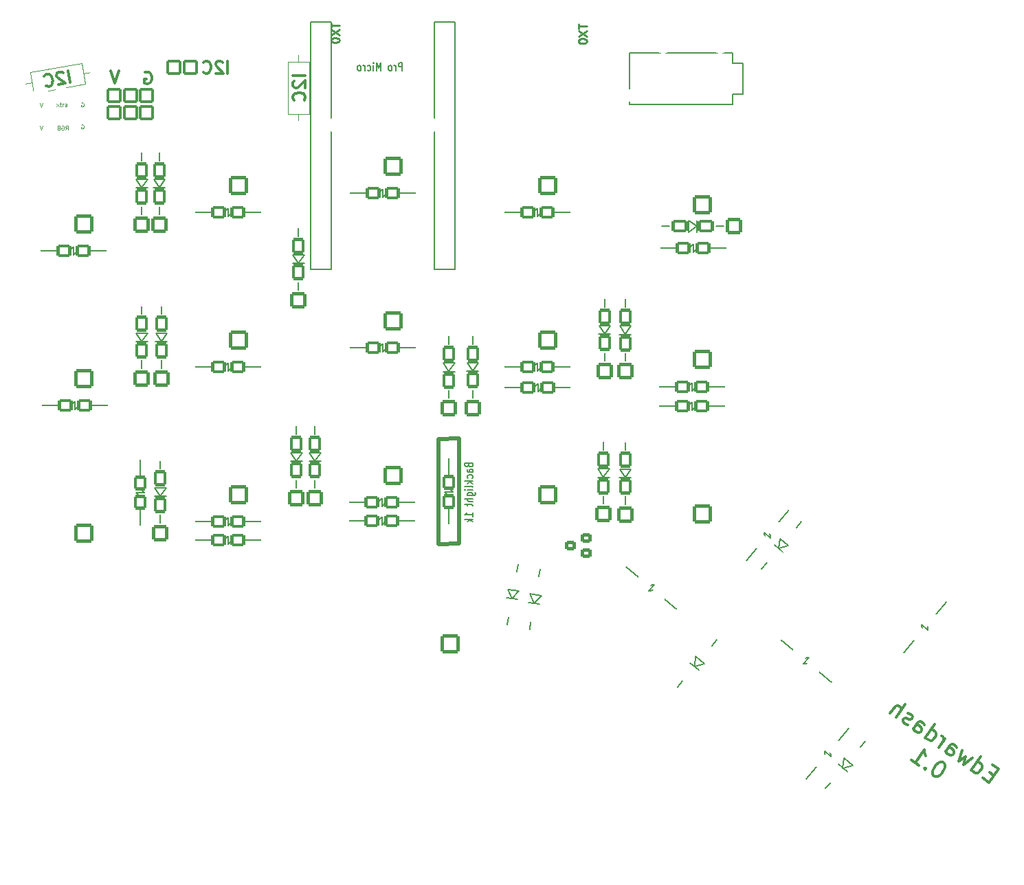
<source format=gbo>
G04 #@! TF.GenerationSoftware,KiCad,Pcbnew,(6.0.7)*
G04 #@! TF.CreationDate,2023-08-18T09:51:37+01:00*
G04 #@! TF.ProjectId,edwardash,65647761-7264-4617-9368-2e6b69636164,0.1*
G04 #@! TF.SameCoordinates,Original*
G04 #@! TF.FileFunction,Legend,Bot*
G04 #@! TF.FilePolarity,Positive*
%FSLAX46Y46*%
G04 Gerber Fmt 4.6, Leading zero omitted, Abs format (unit mm)*
G04 Created by KiCad (PCBNEW (6.0.7)) date 2023-08-18 09:51:37*
%MOMM*%
%LPD*%
G01*
G04 APERTURE LIST*
G04 Aperture macros list*
%AMRoundRect*
0 Rectangle with rounded corners*
0 $1 Rounding radius*
0 $2 $3 $4 $5 $6 $7 $8 $9 X,Y pos of 4 corners*
0 Add a 4 corners polygon primitive as box body*
4,1,4,$2,$3,$4,$5,$6,$7,$8,$9,$2,$3,0*
0 Add four circle primitives for the rounded corners*
1,1,$1+$1,$2,$3*
1,1,$1+$1,$4,$5*
1,1,$1+$1,$6,$7*
1,1,$1+$1,$8,$9*
0 Add four rect primitives between the rounded corners*
20,1,$1+$1,$2,$3,$4,$5,0*
20,1,$1+$1,$4,$5,$6,$7,0*
20,1,$1+$1,$6,$7,$8,$9,0*
20,1,$1+$1,$8,$9,$2,$3,0*%
%AMHorizOval*
0 Thick line with rounded ends*
0 $1 width*
0 $2 $3 position (X,Y) of the first rounded end (center of the circle)*
0 $4 $5 position (X,Y) of the second rounded end (center of the circle)*
0 Add line between two ends*
20,1,$1,$2,$3,$4,$5,0*
0 Add two circle primitives to create the rounded ends*
1,1,$1,$2,$3*
1,1,$1,$4,$5*%
%AMRotRect*
0 Rectangle, with rotation*
0 The origin of the aperture is its center*
0 $1 length*
0 $2 width*
0 $3 Rotation angle, in degrees counterclockwise*
0 Add horizontal line*
21,1,$1,$2,0,0,$3*%
G04 Aperture macros list end*
%ADD10C,0.500000*%
%ADD11C,0.300000*%
%ADD12C,0.200000*%
%ADD13C,0.125000*%
%ADD14C,0.250000*%
%ADD15C,0.120000*%
%ADD16C,0.150000*%
%ADD17R,1.905000X1.905000*%
%ADD18C,1.905000*%
%ADD19RotRect,1.905000X1.905000X350.000000*%
%ADD20RotRect,1.905000X1.905000X330.000000*%
%ADD21RotRect,1.905000X1.905000X325.000000*%
%ADD22C,1.524000*%
%ADD23C,1.900000*%
%ADD24C,1.700000*%
%ADD25C,4.000000*%
%ADD26O,2.300000X3.337000*%
%ADD27HorizOval,2.400000X-0.578509X0.689440X0.578509X-0.689440X0*%
%ADD28HorizOval,2.400000X-0.578509X-0.689440X0.578509X0.689440X0*%
%ADD29C,2.000000*%
%ADD30HorizOval,2.000000X0.000000X0.000000X0.000000X0.000000X0*%
%ADD31O,2.000000X2.000000*%
%ADD32C,1.924000*%
%ADD33C,2.200000*%
%ADD34C,5.400000*%
%ADD35RoundRect,0.200000X-0.762000X-0.762000X0.762000X-0.762000X0.762000X0.762000X-0.762000X0.762000X0*%
%ADD36RoundRect,0.200000X0.700000X0.600000X-0.700000X0.600000X-0.700000X-0.600000X0.700000X-0.600000X0*%
%ADD37RoundRect,0.200000X-0.700000X-0.600000X0.700000X-0.600000X0.700000X0.600000X-0.700000X0.600000X0*%
%ADD38RoundRect,0.200000X-0.600000X0.700000X-0.600000X-0.700000X0.600000X-0.700000X0.600000X0.700000X0*%
%ADD39RoundRect,0.200000X0.921904X0.009675X-0.150559X0.909578X-0.921904X-0.009675X0.150559X-0.909578X0*%
%ADD40HorizOval,2.000000X0.000000X0.000000X0.000000X0.000000X0*%
%ADD41RoundRect,0.200000X-0.952500X-0.952500X0.952500X-0.952500X0.952500X0.952500X-0.952500X0.952500X0*%
%ADD42C,2.305000*%
%ADD43RoundRect,0.200000X-1.103429X-0.772629X0.772629X-1.103429X1.103429X0.772629X-0.772629X1.103429X0*%
%ADD44RoundRect,0.200000X0.098605X-1.127066X1.127066X0.098605X-0.098605X1.127066X-1.127066X-0.098605X0*%
%ADD45RoundRect,0.200000X-0.054603X-0.998508X0.973857X0.227163X0.054603X0.998508X-0.973857X-0.227163X0*%
%ADD46HorizOval,2.000000X0.000000X0.000000X0.000000X0.000000X0*%
%ADD47RoundRect,0.200000X-0.450000X-0.400000X0.450000X-0.400000X0.450000X0.400000X-0.450000X0.400000X0*%
%ADD48C,2.300000*%
%ADD49C,2.100000*%
%ADD50C,4.400000*%
%ADD51HorizOval,2.800000X0.578509X0.689440X-0.578509X-0.689440X0*%
%ADD52O,2.700000X3.737000*%
%ADD53HorizOval,2.800000X0.578509X-0.689440X-0.578509X0.689440X0*%
%ADD54HorizOval,2.800000X0.845723X0.307818X-0.845723X-0.307818X0*%
%ADD55HorizOval,2.700000X-0.259250X-0.449034X0.259250X0.449034X0*%
%ADD56HorizOval,2.800000X0.156283X-0.886327X-0.156283X0.886327X0*%
%ADD57HorizOval,2.800000X0.689440X0.578509X-0.689440X-0.578509X0*%
%ADD58HorizOval,2.700000X-0.090037X-0.510623X0.090037X0.510623X0*%
%ADD59HorizOval,2.800000X0.450000X-0.779423X-0.450000X0.779423X0*%
%ADD60HorizOval,2.700000X-0.297399X-0.424730X0.297399X0.424730X0*%
%ADD61HorizOval,2.800000X0.869333X0.232937X-0.869333X-0.232937X0*%
%ADD62HorizOval,2.800000X0.078440X-0.896575X-0.078440X0.896575X0*%
%ADD63RoundRect,0.200000X-1.301139X-0.348639X0.348639X-1.301139X1.301139X0.348639X-0.348639X1.301139X0*%
%ADD64RoundRect,0.200000X-1.326574X-0.233911X0.233911X-1.326574X1.326574X0.233911X-0.233911X1.326574X0*%
%ADD65RoundRect,0.200000X-0.009675X0.921904X-0.909578X-0.150559X0.009675X-0.921904X0.909578X0.150559X0*%
%ADD66HorizOval,2.000000X0.000000X0.000000X0.000000X0.000000X0*%
%ADD67RoundRect,0.200000X0.009675X-0.921904X0.909578X0.150559X-0.009675X0.921904X-0.909578X-0.150559X0*%
%ADD68RoundRect,0.200000X0.800000X-0.800000X0.800000X0.800000X-0.800000X0.800000X-0.800000X-0.800000X0*%
%ADD69RoundRect,0.200000X0.600000X-0.800000X0.600000X0.800000X-0.600000X0.800000X-0.600000X-0.800000X0*%
%ADD70RoundRect,0.200000X0.800000X0.600000X-0.800000X0.600000X-0.800000X-0.600000X0.800000X-0.600000X0*%
%ADD71RoundRect,0.200000X0.800000X0.800000X-0.800000X0.800000X-0.800000X-0.800000X0.800000X-0.800000X0*%
%ADD72RoundRect,0.200000X0.648928X-0.926765X0.926765X0.648928X-0.648928X0.926765X-0.926765X-0.648928X0*%
%ADD73RoundRect,0.200000X0.451966X-0.892035X0.729803X0.683657X-0.451966X0.892035X-0.729803X-0.683657X0*%
%ADD74HorizOval,2.000000X0.000000X0.000000X0.000000X0.000000X0*%
%ADD75C,1.610000*%
%ADD76O,2.600000X1.700000*%
%ADD77HorizOval,2.800000X-0.578509X0.689440X0.578509X-0.689440X0*%
%ADD78HorizOval,2.800000X-0.578509X-0.689440X0.578509X0.689440X0*%
G04 APERTURE END LIST*
D10*
X151003000Y-108585000D02*
X153543000Y-108458000D01*
X151003000Y-121539000D02*
X153543000Y-121412000D01*
X153543000Y-121412000D02*
X153543000Y-108458000D01*
X151003000Y-108585000D02*
X151003000Y-121539000D01*
D11*
X125018982Y-63483503D02*
X125018982Y-61983503D01*
X124376125Y-62126360D02*
X124304697Y-62054932D01*
X124161839Y-61983503D01*
X123804697Y-61983503D01*
X123661839Y-62054932D01*
X123590411Y-62126360D01*
X123518982Y-62269217D01*
X123518982Y-62412074D01*
X123590411Y-62626360D01*
X124447554Y-63483503D01*
X123518982Y-63483503D01*
X122018982Y-63340646D02*
X122090411Y-63412074D01*
X122304697Y-63483503D01*
X122447554Y-63483503D01*
X122661839Y-63412074D01*
X122804697Y-63269217D01*
X122876125Y-63126360D01*
X122947554Y-62840646D01*
X122947554Y-62626360D01*
X122876125Y-62340646D01*
X122804697Y-62197789D01*
X122661839Y-62054932D01*
X122447554Y-61983503D01*
X122304697Y-61983503D01*
X122090411Y-62054932D01*
X122018982Y-62126360D01*
X134568755Y-63793631D02*
X133068755Y-63793631D01*
X133211612Y-64436488D02*
X133140184Y-64507917D01*
X133068755Y-64650774D01*
X133068755Y-65007917D01*
X133140184Y-65150774D01*
X133211612Y-65222202D01*
X133354469Y-65293631D01*
X133497326Y-65293631D01*
X133711612Y-65222202D01*
X134568755Y-64365059D01*
X134568755Y-65293631D01*
X134425898Y-66793631D02*
X134497326Y-66722202D01*
X134568755Y-66507917D01*
X134568755Y-66365059D01*
X134497326Y-66150774D01*
X134354469Y-66007917D01*
X134211612Y-65936488D01*
X133925898Y-65865059D01*
X133711612Y-65865059D01*
X133425898Y-65936488D01*
X133283041Y-66007917D01*
X133140184Y-66150774D01*
X133068755Y-66365059D01*
X133068755Y-66507917D01*
X133140184Y-66722202D01*
X133211612Y-66793631D01*
X105602620Y-64643707D02*
X105342148Y-63166496D01*
X104733864Y-63418814D02*
X104651117Y-63360874D01*
X104498027Y-63315337D01*
X104146310Y-63377354D01*
X104018026Y-63472505D01*
X103960087Y-63555251D01*
X103914550Y-63708342D01*
X103939357Y-63849028D01*
X104046911Y-64047655D01*
X105039873Y-64742935D01*
X104125408Y-64904180D01*
X102623390Y-65023965D02*
X102706137Y-65081905D01*
X102929571Y-65115038D01*
X103070257Y-65090231D01*
X103268884Y-64982678D01*
X103384764Y-64817184D01*
X103430301Y-64664094D01*
X103451030Y-64370316D01*
X103413820Y-64159286D01*
X103293863Y-63890316D01*
X103198712Y-63762033D01*
X103033219Y-63646153D01*
X102809785Y-63613020D01*
X102669098Y-63637826D01*
X102470471Y-63745380D01*
X102412531Y-63828127D01*
X114786893Y-63386429D02*
X114929751Y-63315000D01*
X115144036Y-63315000D01*
X115358322Y-63386429D01*
X115501179Y-63529286D01*
X115572608Y-63672143D01*
X115644036Y-63957857D01*
X115644036Y-64172143D01*
X115572608Y-64457857D01*
X115501179Y-64600714D01*
X115358322Y-64743571D01*
X115144036Y-64815000D01*
X115001179Y-64815000D01*
X114786893Y-64743571D01*
X114715465Y-64672143D01*
X114715465Y-64172143D01*
X115001179Y-64172143D01*
D12*
X154684627Y-111789864D02*
X154732246Y-111904150D01*
X154779865Y-111942245D01*
X154875103Y-111980340D01*
X155017960Y-111980340D01*
X155113198Y-111942245D01*
X155160817Y-111904150D01*
X155208436Y-111827959D01*
X155208436Y-111523198D01*
X154208436Y-111523198D01*
X154208436Y-111789864D01*
X154256056Y-111866055D01*
X154303675Y-111904150D01*
X154398913Y-111942245D01*
X154494151Y-111942245D01*
X154589389Y-111904150D01*
X154637008Y-111866055D01*
X154684627Y-111789864D01*
X154684627Y-111523198D01*
X155208436Y-112666055D02*
X154684627Y-112666055D01*
X154589389Y-112627959D01*
X154541770Y-112551769D01*
X154541770Y-112399388D01*
X154589389Y-112323198D01*
X155160817Y-112666055D02*
X155208436Y-112589864D01*
X155208436Y-112399388D01*
X155160817Y-112323198D01*
X155065579Y-112285102D01*
X154970341Y-112285102D01*
X154875103Y-112323198D01*
X154827484Y-112399388D01*
X154827484Y-112589864D01*
X154779865Y-112666055D01*
X155160817Y-113389864D02*
X155208436Y-113313674D01*
X155208436Y-113161293D01*
X155160817Y-113085102D01*
X155113198Y-113047007D01*
X155017960Y-113008912D01*
X154732246Y-113008912D01*
X154637008Y-113047007D01*
X154589389Y-113085102D01*
X154541770Y-113161293D01*
X154541770Y-113313674D01*
X154589389Y-113389864D01*
X155208436Y-113732721D02*
X154208436Y-113732721D01*
X154827484Y-113808912D02*
X155208436Y-114037483D01*
X154541770Y-114037483D02*
X154922722Y-113732721D01*
X155208436Y-114494626D02*
X155160817Y-114418436D01*
X155065579Y-114380340D01*
X154208436Y-114380340D01*
X155208436Y-114799388D02*
X154541770Y-114799388D01*
X154208436Y-114799388D02*
X154256056Y-114761293D01*
X154303675Y-114799388D01*
X154256056Y-114837483D01*
X154208436Y-114799388D01*
X154303675Y-114799388D01*
X154541770Y-115523198D02*
X155351294Y-115523198D01*
X155446532Y-115485102D01*
X155494151Y-115447007D01*
X155541770Y-115370817D01*
X155541770Y-115256531D01*
X155494151Y-115180340D01*
X155160817Y-115523198D02*
X155208436Y-115447007D01*
X155208436Y-115294626D01*
X155160817Y-115218436D01*
X155113198Y-115180340D01*
X155017960Y-115142245D01*
X154732246Y-115142245D01*
X154637008Y-115180340D01*
X154589389Y-115218436D01*
X154541770Y-115294626D01*
X154541770Y-115447007D01*
X154589389Y-115523198D01*
X155208436Y-115904150D02*
X154208436Y-115904150D01*
X155208436Y-116247007D02*
X154684627Y-116247007D01*
X154589389Y-116208912D01*
X154541770Y-116132721D01*
X154541770Y-116018436D01*
X154589389Y-115942245D01*
X154637008Y-115904150D01*
X154541770Y-116513674D02*
X154541770Y-116818436D01*
X154208436Y-116627959D02*
X155065579Y-116627959D01*
X155160817Y-116666055D01*
X155208436Y-116742245D01*
X155208436Y-116818436D01*
X155208436Y-118113674D02*
X155208436Y-117656531D01*
X155208436Y-117885102D02*
X154208436Y-117885102D01*
X154351294Y-117808912D01*
X154446532Y-117732721D01*
X154494151Y-117656531D01*
X155208436Y-118456531D02*
X154208436Y-118456531D01*
X154827484Y-118532721D02*
X155208436Y-118761293D01*
X154541770Y-118761293D02*
X154922722Y-118456531D01*
D13*
X101859048Y-67134871D02*
X102025715Y-67634871D01*
X102192381Y-67134871D01*
D12*
X146502905Y-63170622D02*
X146502905Y-62170622D01*
X146198143Y-62170622D01*
X146121953Y-62218242D01*
X146083857Y-62265861D01*
X146045762Y-62361099D01*
X146045762Y-62503956D01*
X146083857Y-62599194D01*
X146121953Y-62646813D01*
X146198143Y-62694432D01*
X146502905Y-62694432D01*
X145702905Y-63170622D02*
X145702905Y-62503956D01*
X145702905Y-62694432D02*
X145664810Y-62599194D01*
X145626715Y-62551575D01*
X145550524Y-62503956D01*
X145474334Y-62503956D01*
X145093381Y-63170622D02*
X145169572Y-63123003D01*
X145207667Y-63075384D01*
X145245762Y-62980146D01*
X145245762Y-62694432D01*
X145207667Y-62599194D01*
X145169572Y-62551575D01*
X145093381Y-62503956D01*
X144979096Y-62503956D01*
X144902905Y-62551575D01*
X144864810Y-62599194D01*
X144826715Y-62694432D01*
X144826715Y-62980146D01*
X144864810Y-63075384D01*
X144902905Y-63123003D01*
X144979096Y-63170622D01*
X145093381Y-63170622D01*
X143874334Y-63170622D02*
X143874334Y-62170622D01*
X143607667Y-62884908D01*
X143341000Y-62170622D01*
X143341000Y-63170622D01*
X142960048Y-63170622D02*
X142960048Y-62503956D01*
X142960048Y-62170622D02*
X142998143Y-62218242D01*
X142960048Y-62265861D01*
X142921953Y-62218242D01*
X142960048Y-62170622D01*
X142960048Y-62265861D01*
X142236238Y-63123003D02*
X142312429Y-63170622D01*
X142464810Y-63170622D01*
X142541000Y-63123003D01*
X142579096Y-63075384D01*
X142617191Y-62980146D01*
X142617191Y-62694432D01*
X142579096Y-62599194D01*
X142541000Y-62551575D01*
X142464810Y-62503956D01*
X142312429Y-62503956D01*
X142236238Y-62551575D01*
X141893381Y-63170622D02*
X141893381Y-62503956D01*
X141893381Y-62694432D02*
X141855286Y-62599194D01*
X141817191Y-62551575D01*
X141741000Y-62503956D01*
X141664810Y-62503956D01*
X141283857Y-63170622D02*
X141360048Y-63123003D01*
X141398143Y-63075384D01*
X141436238Y-62980146D01*
X141436238Y-62694432D01*
X141398143Y-62599194D01*
X141360048Y-62551575D01*
X141283857Y-62503956D01*
X141169572Y-62503956D01*
X141093381Y-62551575D01*
X141055286Y-62599194D01*
X141017191Y-62694432D01*
X141017191Y-62980146D01*
X141055286Y-63075384D01*
X141093381Y-63123003D01*
X141169572Y-63170622D01*
X141283857Y-63170622D01*
D11*
X219412191Y-150017822D02*
X218866090Y-149635438D01*
X218031157Y-150329718D02*
X218811302Y-150875982D01*
X219958455Y-149237678D01*
X219178310Y-148691414D01*
X216626896Y-149346444D02*
X217774049Y-147708140D01*
X216681523Y-149268430D02*
X216782925Y-149455697D01*
X217094983Y-149674202D01*
X217305639Y-149705441D01*
X217438279Y-149682052D01*
X217625547Y-149580650D01*
X217953304Y-149112563D01*
X217984543Y-148901908D01*
X217961155Y-148769267D01*
X217859752Y-148582000D01*
X217547694Y-148363494D01*
X217337039Y-148332256D01*
X216767549Y-147817231D02*
X215690723Y-148690929D01*
X215924928Y-147692278D01*
X215066607Y-148253918D01*
X215519317Y-146943210D01*
X213428303Y-147106765D02*
X214029192Y-146248606D01*
X214216459Y-146147203D01*
X214427115Y-146178441D01*
X214739173Y-146396947D01*
X214840575Y-146584214D01*
X213482929Y-147028751D02*
X213584332Y-147216018D01*
X213974404Y-147489149D01*
X214185059Y-147520387D01*
X214372327Y-147418985D01*
X214481579Y-147262956D01*
X214512817Y-147052301D01*
X214411415Y-146865033D01*
X214021342Y-146591902D01*
X213919940Y-146404635D01*
X212648158Y-146560502D02*
X213412926Y-145468299D01*
X213194421Y-145780357D02*
X213225659Y-145569702D01*
X213202271Y-145437061D01*
X213100869Y-145249794D01*
X212944840Y-145140541D01*
X210931839Y-145358723D02*
X212078992Y-143720418D01*
X210986466Y-145280708D02*
X211087868Y-145467975D01*
X211399926Y-145686481D01*
X211610582Y-145717719D01*
X211743222Y-145694331D01*
X211930489Y-145592928D01*
X212258247Y-145124841D01*
X212289486Y-144914186D01*
X212266097Y-144781545D01*
X212164695Y-144594278D01*
X211852637Y-144375772D01*
X211641982Y-144344534D01*
X209449564Y-144320822D02*
X210050454Y-143462663D01*
X210237721Y-143361260D01*
X210448376Y-143392499D01*
X210760434Y-143611004D01*
X210861837Y-143798271D01*
X209504191Y-144242808D02*
X209605593Y-144430075D01*
X209995666Y-144703207D01*
X210206321Y-144734445D01*
X210393588Y-144633042D01*
X210502841Y-144477013D01*
X210534079Y-144266358D01*
X210432676Y-144079091D01*
X210042604Y-143805959D01*
X209941201Y-143618692D01*
X208802060Y-143751171D02*
X208591405Y-143719933D01*
X208279347Y-143501427D01*
X208177944Y-143314160D01*
X208209183Y-143103505D01*
X208263809Y-143025491D01*
X208451076Y-142924088D01*
X208661731Y-142955326D01*
X208895775Y-143119205D01*
X209106430Y-143150443D01*
X209293697Y-143049041D01*
X209348323Y-142971026D01*
X209379562Y-142760371D01*
X209278159Y-142573104D01*
X209044116Y-142409225D01*
X208833460Y-142377987D01*
X207343173Y-142845911D02*
X208490326Y-141207607D01*
X206641043Y-142354275D02*
X207241933Y-141496115D01*
X207429200Y-141394713D01*
X207639855Y-141425951D01*
X207873898Y-141589830D01*
X207975301Y-141777097D01*
X207998689Y-141909738D01*
X213274641Y-148488515D02*
X213118612Y-148379263D01*
X212907957Y-148348024D01*
X212775316Y-148371413D01*
X212588049Y-148472815D01*
X212291529Y-148730247D01*
X212018397Y-149120319D01*
X211877907Y-149487003D01*
X211846668Y-149697659D01*
X211870056Y-149830300D01*
X211971459Y-150017567D01*
X212127488Y-150126819D01*
X212338143Y-150158057D01*
X212470784Y-150134669D01*
X212658051Y-150033267D01*
X212954571Y-149775835D01*
X213227703Y-149385763D01*
X213368194Y-149019078D01*
X213399432Y-148808423D01*
X213376044Y-148675782D01*
X213274641Y-148488515D01*
X210988509Y-149096769D02*
X210855868Y-149120157D01*
X210879256Y-149252798D01*
X211011897Y-149229410D01*
X210988509Y-149096769D01*
X210879256Y-149252798D01*
X209240952Y-148105645D02*
X210177126Y-148761161D01*
X209709039Y-148433403D02*
X210856192Y-146795099D01*
X210848342Y-147138395D01*
X210895118Y-147403677D01*
X210996521Y-147590944D01*
D14*
X168235380Y-57435904D02*
X168235380Y-58007333D01*
X169235380Y-57721619D02*
X168235380Y-57721619D01*
X168235380Y-58245428D02*
X169235380Y-58912095D01*
X168235380Y-58912095D02*
X169235380Y-58245428D01*
X168235380Y-59483523D02*
X168235380Y-59578761D01*
X168283000Y-59674000D01*
X168330619Y-59721619D01*
X168425857Y-59769238D01*
X168616333Y-59816857D01*
X168854428Y-59816857D01*
X169044904Y-59769238D01*
X169140142Y-59721619D01*
X169187761Y-59674000D01*
X169235380Y-59578761D01*
X169235380Y-59483523D01*
X169187761Y-59388285D01*
X169140142Y-59340666D01*
X169044904Y-59293047D01*
X168854428Y-59245428D01*
X168616333Y-59245428D01*
X168425857Y-59293047D01*
X168330619Y-59340666D01*
X168283000Y-59388285D01*
X168235380Y-59483523D01*
X137755380Y-57308904D02*
X137755380Y-57880333D01*
X138755380Y-57594619D02*
X137755380Y-57594619D01*
X137755380Y-58118428D02*
X138755380Y-58785095D01*
X137755380Y-58785095D02*
X138755380Y-58118428D01*
X137755380Y-59356523D02*
X137755380Y-59451761D01*
X137803000Y-59547000D01*
X137850619Y-59594619D01*
X137945857Y-59642238D01*
X138136333Y-59689857D01*
X138374428Y-59689857D01*
X138564904Y-59642238D01*
X138660142Y-59594619D01*
X138707761Y-59547000D01*
X138755380Y-59451761D01*
X138755380Y-59356523D01*
X138707761Y-59261285D01*
X138660142Y-59213666D01*
X138564904Y-59166047D01*
X138374428Y-59118428D01*
X138136333Y-59118428D01*
X137945857Y-59166047D01*
X137850619Y-59213666D01*
X137803000Y-59261285D01*
X137755380Y-59356523D01*
D13*
X107001459Y-67121496D02*
X107049078Y-67097686D01*
X107120507Y-67097686D01*
X107191935Y-67121496D01*
X107239554Y-67169115D01*
X107263364Y-67216734D01*
X107287173Y-67311972D01*
X107287173Y-67383400D01*
X107263364Y-67478638D01*
X107239554Y-67526257D01*
X107191935Y-67573876D01*
X107120507Y-67597686D01*
X107072888Y-67597686D01*
X107001459Y-67573876D01*
X106977650Y-67550067D01*
X106977650Y-67383400D01*
X107072888Y-67383400D01*
X105035856Y-70448512D02*
X105202522Y-70210417D01*
X105321570Y-70448512D02*
X105321570Y-69948512D01*
X105131094Y-69948512D01*
X105083475Y-69972322D01*
X105059665Y-69996131D01*
X105035856Y-70043750D01*
X105035856Y-70115179D01*
X105059665Y-70162798D01*
X105083475Y-70186607D01*
X105131094Y-70210417D01*
X105321570Y-70210417D01*
X104559665Y-69972322D02*
X104607284Y-69948512D01*
X104678713Y-69948512D01*
X104750141Y-69972322D01*
X104797760Y-70019941D01*
X104821570Y-70067560D01*
X104845379Y-70162798D01*
X104845379Y-70234226D01*
X104821570Y-70329464D01*
X104797760Y-70377083D01*
X104750141Y-70424702D01*
X104678713Y-70448512D01*
X104631094Y-70448512D01*
X104559665Y-70424702D01*
X104535856Y-70400893D01*
X104535856Y-70234226D01*
X104631094Y-70234226D01*
X104154903Y-70186607D02*
X104083475Y-70210417D01*
X104059665Y-70234226D01*
X104035856Y-70281845D01*
X104035856Y-70353274D01*
X104059665Y-70400893D01*
X104083475Y-70424702D01*
X104131094Y-70448512D01*
X104321570Y-70448512D01*
X104321570Y-69948512D01*
X104154903Y-69948512D01*
X104107284Y-69972322D01*
X104083475Y-69996131D01*
X104059665Y-70043750D01*
X104059665Y-70091369D01*
X104083475Y-70138988D01*
X104107284Y-70162798D01*
X104154903Y-70186607D01*
X104321570Y-70186607D01*
X103936697Y-67585291D02*
X104198601Y-67251958D01*
X103936697Y-67251958D02*
X104198601Y-67585291D01*
X104317649Y-67251958D02*
X104508125Y-67251958D01*
X104389078Y-67085291D02*
X104389078Y-67513862D01*
X104412887Y-67561481D01*
X104460506Y-67585291D01*
X104508125Y-67585291D01*
X104674792Y-67585291D02*
X104674792Y-67251958D01*
X104674792Y-67347196D02*
X104698601Y-67299577D01*
X104722411Y-67275767D01*
X104770030Y-67251958D01*
X104817649Y-67251958D01*
X105198601Y-67585291D02*
X105198601Y-67323386D01*
X105174792Y-67275767D01*
X105127173Y-67251958D01*
X105031935Y-67251958D01*
X104984316Y-67275767D01*
X105198601Y-67561481D02*
X105150982Y-67585291D01*
X105031935Y-67585291D01*
X104984316Y-67561481D01*
X104960506Y-67513862D01*
X104960506Y-67466243D01*
X104984316Y-67418624D01*
X105031935Y-67394815D01*
X105150982Y-67394815D01*
X105198601Y-67371005D01*
X101846653Y-69948512D02*
X102013320Y-70448512D01*
X102179986Y-69948512D01*
X107001459Y-69835979D02*
X107049078Y-69812169D01*
X107120507Y-69812169D01*
X107191935Y-69835979D01*
X107239554Y-69883598D01*
X107263364Y-69931217D01*
X107287173Y-70026455D01*
X107287173Y-70097883D01*
X107263364Y-70193121D01*
X107239554Y-70240740D01*
X107191935Y-70288359D01*
X107120507Y-70312169D01*
X107072888Y-70312169D01*
X107001459Y-70288359D01*
X106977650Y-70264550D01*
X106977650Y-70097883D01*
X107072888Y-70097883D01*
D11*
X111596238Y-63195197D02*
X111096238Y-64695197D01*
X110596238Y-63195197D01*
D15*
X100672488Y-63367974D02*
X106994954Y-62253152D01*
X106994954Y-62253152D02*
X107449912Y-64833349D01*
X107449912Y-64833349D02*
X101127446Y-65948170D01*
X101127446Y-65948170D02*
X100672488Y-63367974D01*
X100023488Y-64812619D02*
X100899967Y-64658072D01*
X108098912Y-63388704D02*
X107222433Y-63543251D01*
X133740350Y-69378000D02*
X133740350Y-68488000D01*
X132430350Y-68488000D02*
X132430350Y-62068000D01*
X135050350Y-62068000D02*
X135050350Y-68488000D01*
X133740350Y-61178000D02*
X133740350Y-62068000D01*
X132430350Y-62068000D02*
X135050350Y-62068000D01*
X135050350Y-68488000D02*
X132430350Y-68488000D01*
D16*
X106025000Y-84844000D02*
X105525000Y-85344000D01*
X106025000Y-85844000D02*
X106025000Y-84844000D01*
X110225000Y-85344000D02*
X108125000Y-85344000D01*
X103915000Y-85344000D02*
X101925000Y-85344000D01*
X106525000Y-85344000D02*
X106025000Y-85844000D01*
X122965000Y-80645000D02*
X120975000Y-80645000D01*
X125075000Y-81145000D02*
X125075000Y-80145000D01*
X125575000Y-80645000D02*
X125075000Y-81145000D01*
X125075000Y-80145000D02*
X124575000Y-80645000D01*
X129275000Y-80645000D02*
X127175000Y-80645000D01*
X142015000Y-78232000D02*
X140025000Y-78232000D01*
X144125000Y-78732000D02*
X144125000Y-77732000D01*
X144625000Y-78232000D02*
X144125000Y-78732000D01*
X148325000Y-78232000D02*
X146225000Y-78232000D01*
X144125000Y-77732000D02*
X143625000Y-78232000D01*
X163675000Y-80645000D02*
X163175000Y-81145000D01*
X163175000Y-81145000D02*
X163175000Y-80145000D01*
X163175000Y-80145000D02*
X162675000Y-80645000D01*
X161065000Y-80645000D02*
X159075000Y-80645000D01*
X167375000Y-80645000D02*
X165275000Y-80645000D01*
X180248217Y-85027192D02*
X178258217Y-85027192D01*
X186558217Y-85027192D02*
X184458217Y-85027192D01*
X182858217Y-85027192D02*
X182358217Y-85527192D01*
X182358217Y-85527192D02*
X182358217Y-84527192D01*
X182358217Y-84527192D02*
X181858217Y-85027192D01*
X105692000Y-104394000D02*
X106192000Y-103894000D01*
X106192000Y-103894000D02*
X106192000Y-104894000D01*
X101992000Y-104394000D02*
X104092000Y-104394000D01*
X106192000Y-104894000D02*
X106692000Y-104394000D01*
X108302000Y-104394000D02*
X110292000Y-104394000D01*
X125075000Y-99195000D02*
X124575000Y-99695000D01*
X129275000Y-99695000D02*
X127175000Y-99695000D01*
X125575000Y-99695000D02*
X125075000Y-100195000D01*
X125075000Y-100195000D02*
X125075000Y-99195000D01*
X122965000Y-99695000D02*
X120975000Y-99695000D01*
X144125000Y-96782000D02*
X143625000Y-97282000D01*
X144625000Y-97282000D02*
X144125000Y-97782000D01*
X148325000Y-97282000D02*
X146225000Y-97282000D01*
X142015000Y-97282000D02*
X140025000Y-97282000D01*
X144125000Y-97782000D02*
X144125000Y-96782000D01*
X163675000Y-99695000D02*
X163175000Y-100195000D01*
X163175000Y-99195000D02*
X162675000Y-99695000D01*
X161065000Y-99695000D02*
X159075000Y-99695000D01*
X167375000Y-99695000D02*
X165275000Y-99695000D01*
X163175000Y-100195000D02*
X163175000Y-99195000D01*
X182725000Y-102108000D02*
X182225000Y-102608000D01*
X180115000Y-102108000D02*
X178125000Y-102108000D01*
X182225000Y-102608000D02*
X182225000Y-101608000D01*
X186425000Y-102108000D02*
X184325000Y-102108000D01*
X182225000Y-101608000D02*
X181725000Y-102108000D01*
X114230584Y-117278374D02*
X114230584Y-119268374D01*
X114730584Y-115168374D02*
X113730584Y-115168374D01*
X114230584Y-114668374D02*
X114730584Y-115168374D01*
X114230584Y-110968374D02*
X114230584Y-113068374D01*
X113730584Y-115168374D02*
X114230584Y-115668374D01*
X122965000Y-118745000D02*
X120975000Y-118745000D01*
X125575000Y-118745000D02*
X125075000Y-119245000D01*
X125075000Y-119245000D02*
X125075000Y-118245000D01*
X129275000Y-118745000D02*
X127175000Y-118745000D01*
X125075000Y-118245000D02*
X124575000Y-118745000D01*
X182225000Y-105021000D02*
X182225000Y-104021000D01*
X180115000Y-104521000D02*
X178125000Y-104521000D01*
X182725000Y-104521000D02*
X182225000Y-105021000D01*
X182225000Y-104021000D02*
X181725000Y-104521000D01*
X186425000Y-104521000D02*
X184325000Y-104521000D01*
X180438133Y-129608363D02*
X178829440Y-128258509D01*
X177603769Y-127230049D02*
X176899353Y-127291677D01*
X175604393Y-125552373D02*
X174079964Y-124273226D01*
X176899353Y-127291677D02*
X177542140Y-126525633D01*
X177542140Y-126525633D02*
X176837724Y-126587261D01*
X125575000Y-121031000D02*
X125075000Y-121531000D01*
X125075000Y-120531000D02*
X124575000Y-121031000D01*
X125075000Y-121531000D02*
X125075000Y-120531000D01*
X129275000Y-121031000D02*
X127175000Y-121031000D01*
X122965000Y-121031000D02*
X120975000Y-121031000D01*
X143998000Y-118118000D02*
X143498000Y-118618000D01*
X141888000Y-118618000D02*
X139898000Y-118618000D01*
X144498000Y-118618000D02*
X143998000Y-119118000D01*
X148198000Y-118618000D02*
X146098000Y-118618000D01*
X143998000Y-119118000D02*
X143998000Y-118118000D01*
X135255000Y-57150000D02*
X137795000Y-57150000D01*
X137795000Y-87630000D02*
X135255000Y-87630000D01*
X135255000Y-87630000D02*
X135255000Y-57150000D01*
X150495000Y-87630000D02*
X150495000Y-57150000D01*
X153035000Y-87630000D02*
X150495000Y-87630000D01*
X150495000Y-57150000D02*
X153035000Y-57150000D01*
X137795000Y-57150000D02*
X137795000Y-87630000D01*
X153035000Y-57150000D02*
X153035000Y-87630000D01*
X201996926Y-148745429D02*
X200810337Y-149092635D01*
X200792445Y-149094201D02*
X200926762Y-147847455D01*
X200926762Y-147847455D02*
X201996926Y-148745429D01*
X202947583Y-146525807D02*
X203576165Y-145776692D01*
X198678123Y-151613951D02*
X199298542Y-150874564D01*
X200247634Y-148637050D02*
X201327527Y-149543188D01*
X191828218Y-120027943D02*
X191889846Y-120732359D01*
X191889846Y-120732359D02*
X191123802Y-120089572D01*
X191123802Y-120089572D02*
X191185430Y-120793988D01*
X194206532Y-117193579D02*
X192856678Y-118802272D01*
X190150542Y-122027319D02*
X188871395Y-123551748D01*
X211232739Y-131377724D02*
X211294367Y-132082140D01*
X211294367Y-132082140D02*
X210528323Y-131439353D01*
X210528323Y-131439353D02*
X210589951Y-132143769D01*
X209555063Y-133377100D02*
X208275916Y-134901529D01*
X213611053Y-128543360D02*
X212261199Y-130152053D01*
X199494161Y-138608363D02*
X197885468Y-137258509D01*
X194660421Y-134552373D02*
X193135992Y-133273226D01*
X196598168Y-135525633D02*
X195893752Y-135587261D01*
X195955381Y-136291677D02*
X196598168Y-135525633D01*
X196659797Y-136230049D02*
X195955381Y-136291677D01*
X199288825Y-147677437D02*
X199227197Y-146973021D01*
X200262085Y-145739690D02*
X201541232Y-144215261D01*
X198584409Y-147739066D02*
X198522781Y-147034650D01*
X196206095Y-150573430D02*
X197555949Y-148964737D01*
X198522781Y-147034650D02*
X199288825Y-147677437D01*
X114427000Y-74256900D02*
X114427000Y-73279000D01*
X113715800Y-77609700D02*
X115125500Y-77609700D01*
X115125500Y-76568300D02*
X114439700Y-77597000D01*
X114427000Y-77609700D02*
X113728500Y-76568300D01*
X114427000Y-80899000D02*
X114427000Y-79933800D01*
X113728500Y-76568300D02*
X115125500Y-76568300D01*
X113715800Y-96532700D02*
X115125500Y-96532700D01*
X113728500Y-95491300D02*
X115125500Y-95491300D01*
X114427000Y-93179900D02*
X114427000Y-92202000D01*
X114427000Y-96532700D02*
X113728500Y-95491300D01*
X115125500Y-95491300D02*
X114439700Y-96520000D01*
X114427000Y-99822000D02*
X114427000Y-98856800D01*
X116713000Y-115582700D02*
X116014500Y-114541300D01*
X116713000Y-112229900D02*
X116713000Y-111252000D01*
X117411500Y-114541300D02*
X116725700Y-115570000D01*
X116713000Y-118872000D02*
X116713000Y-117906800D01*
X116014500Y-114541300D02*
X117411500Y-114541300D01*
X116001800Y-115582700D02*
X117411500Y-115582700D01*
X116586000Y-74256900D02*
X116586000Y-73279000D01*
X116586000Y-80899000D02*
X116586000Y-79933800D01*
X116586000Y-77609700D02*
X115887500Y-76568300D01*
X115887500Y-76568300D02*
X117284500Y-76568300D01*
X115874800Y-77609700D02*
X117284500Y-77609700D01*
X117284500Y-76568300D02*
X116598700Y-77597000D01*
X155892500Y-99153300D02*
X155206700Y-100182000D01*
X154482800Y-100194700D02*
X155892500Y-100194700D01*
X155194000Y-100194700D02*
X154495500Y-99153300D01*
X154495500Y-99153300D02*
X155892500Y-99153300D01*
X155194000Y-103484000D02*
X155194000Y-102518800D01*
X155194000Y-96841900D02*
X155194000Y-95864000D01*
X171450000Y-95622700D02*
X170751500Y-94581300D01*
X171450000Y-98912000D02*
X171450000Y-97946800D01*
X170751500Y-94581300D02*
X172148500Y-94581300D01*
X172148500Y-94581300D02*
X171462700Y-95610000D01*
X170738800Y-95622700D02*
X172148500Y-95622700D01*
X171450000Y-92269900D02*
X171450000Y-91292000D01*
X170624500Y-112234300D02*
X172021500Y-112234300D01*
X171323000Y-109922900D02*
X171323000Y-108945000D01*
X171323000Y-113275700D02*
X170624500Y-112234300D01*
X171323000Y-116565000D02*
X171323000Y-115599800D01*
X172021500Y-112234300D02*
X171335700Y-113263000D01*
X170611800Y-113275700D02*
X172021500Y-113275700D01*
X182818855Y-82343258D02*
X181777455Y-83041758D01*
X181777455Y-81644758D02*
X182806155Y-82330558D01*
X182818855Y-83054458D02*
X182818855Y-81644758D01*
X179466055Y-82343258D02*
X178488155Y-82343258D01*
X186108155Y-82343258D02*
X185142955Y-82343258D01*
X181777455Y-83041758D02*
X181777455Y-81644758D01*
X173990000Y-113296700D02*
X173291500Y-112255300D01*
X173990000Y-109943900D02*
X173990000Y-108966000D01*
X174688500Y-112255300D02*
X174002700Y-113284000D01*
X173278800Y-113296700D02*
X174688500Y-113296700D01*
X173990000Y-116586000D02*
X173990000Y-115620800D01*
X173291500Y-112255300D02*
X174688500Y-112255300D01*
X192356137Y-121602087D02*
X193436030Y-122508225D01*
X190786626Y-124578988D02*
X191407045Y-123839601D01*
X193035265Y-120812492D02*
X194105429Y-121710466D01*
X192900948Y-122059238D02*
X193035265Y-120812492D01*
X194105429Y-121710466D02*
X192918840Y-122057672D01*
X195056086Y-119490844D02*
X195684668Y-118741729D01*
X159345714Y-128088987D02*
X160733997Y-128333779D01*
X160046109Y-128212486D02*
X159539058Y-127065614D01*
X159539058Y-127065614D02*
X160914835Y-127308200D01*
X159474928Y-131451814D02*
X159642533Y-130501278D01*
X160628317Y-124910623D02*
X160798127Y-123947579D01*
X160914835Y-127308200D02*
X160060822Y-128202184D01*
X162195354Y-132037354D02*
X162362959Y-131086818D01*
X162259484Y-127651154D02*
X163635261Y-127893740D01*
X162066140Y-128674527D02*
X163454423Y-128919319D01*
X163348743Y-125496163D02*
X163518553Y-124533119D01*
X162766535Y-128798026D02*
X162259484Y-127651154D01*
X163635261Y-127893740D02*
X162781248Y-128787724D01*
X184675800Y-134035710D02*
X185304382Y-133286595D01*
X183725143Y-136255332D02*
X182538554Y-136602538D01*
X182520662Y-136604104D02*
X182654979Y-135357358D01*
X180406340Y-139123854D02*
X181026759Y-138384467D01*
X182654979Y-135357358D02*
X183725143Y-136255332D01*
X181975851Y-136146953D02*
X183055744Y-137053091D01*
X163215000Y-101735000D02*
X163215000Y-102735000D01*
X163215000Y-102735000D02*
X163715000Y-102235000D01*
X165325000Y-102235000D02*
X167315000Y-102235000D01*
X162715000Y-102235000D02*
X163215000Y-101735000D01*
X159015000Y-102235000D02*
X161115000Y-102235000D01*
X151773000Y-115061000D02*
X152273000Y-115561000D01*
X152773000Y-115061000D02*
X151773000Y-115061000D01*
X152273000Y-110861000D02*
X152273000Y-112961000D01*
X152273000Y-114561000D02*
X152773000Y-115061000D01*
X152273000Y-117171000D02*
X152273000Y-119161000D01*
X152273000Y-100236700D02*
X151574500Y-99195300D01*
X152273000Y-103526000D02*
X152273000Y-102560800D01*
X152273000Y-96883900D02*
X152273000Y-95906000D01*
X151561800Y-100236700D02*
X152971500Y-100236700D01*
X152971500Y-99195300D02*
X152285700Y-100224000D01*
X151574500Y-99195300D02*
X152971500Y-99195300D01*
X135763000Y-111285700D02*
X135064500Y-110244300D01*
X135064500Y-110244300D02*
X136461500Y-110244300D01*
X136461500Y-110244300D02*
X135775700Y-111273000D01*
X135051800Y-111285700D02*
X136461500Y-111285700D01*
X135763000Y-107932900D02*
X135763000Y-106955000D01*
X135763000Y-114575000D02*
X135763000Y-113609800D01*
X174688500Y-94623300D02*
X174002700Y-95652000D01*
X173990000Y-95664700D02*
X173291500Y-94623300D01*
X173278800Y-95664700D02*
X174688500Y-95664700D01*
X173990000Y-98954000D02*
X173990000Y-97988800D01*
X173990000Y-92311900D02*
X173990000Y-91334000D01*
X173291500Y-94623300D02*
X174688500Y-94623300D01*
X174482981Y-60996219D02*
X174482981Y-67346219D01*
X187182981Y-66076219D02*
X188452981Y-66076219D01*
X187182981Y-67346219D02*
X187182981Y-66076219D01*
X188452981Y-66076219D02*
X188452981Y-62266219D01*
X187182981Y-62266219D02*
X187182981Y-60996219D01*
X174482981Y-67346219D02*
X187182981Y-67346219D01*
X188452981Y-62266219D02*
X187182981Y-62266219D01*
X187182981Y-60996219D02*
X174482981Y-60996219D01*
X133477000Y-107932900D02*
X133477000Y-106955000D01*
X134175500Y-110244300D02*
X133489700Y-111273000D01*
X132778500Y-110244300D02*
X134175500Y-110244300D01*
X133477000Y-114575000D02*
X133477000Y-113609800D01*
X133477000Y-111285700D02*
X132778500Y-110244300D01*
X132765800Y-111285700D02*
X134175500Y-111285700D01*
X133731000Y-86901700D02*
X133032500Y-85860300D01*
X133032500Y-85860300D02*
X134429500Y-85860300D01*
X133731000Y-83548900D02*
X133731000Y-82571000D01*
X134429500Y-85860300D02*
X133743700Y-86889000D01*
X133731000Y-90191000D02*
X133731000Y-89225800D01*
X133019800Y-86901700D02*
X134429500Y-86901700D01*
X116128800Y-96532700D02*
X117538500Y-96532700D01*
X116141500Y-95491300D02*
X117538500Y-95491300D01*
X117538500Y-95491300D02*
X116852700Y-96520000D01*
X116840000Y-96532700D02*
X116141500Y-95491300D01*
X116840000Y-93179900D02*
X116840000Y-92202000D01*
X116840000Y-99822000D02*
X116840000Y-98856800D01*
X144498000Y-116332000D02*
X143998000Y-116832000D01*
X148198000Y-116332000D02*
X146098000Y-116332000D01*
X143998000Y-116832000D02*
X143998000Y-115832000D01*
X143998000Y-115832000D02*
X143498000Y-116332000D01*
X141888000Y-116332000D02*
X139898000Y-116332000D01*
D17*
X107315000Y-82105500D03*
D18*
X104775000Y-82105500D03*
D17*
X126365000Y-77343000D03*
D18*
X123825000Y-77343000D03*
D17*
X145415000Y-74961750D03*
D18*
X142875000Y-74961750D03*
D17*
X164465000Y-77343000D03*
D18*
X161925000Y-77343000D03*
D17*
X183515000Y-79724250D03*
D18*
X180975000Y-79724250D03*
D17*
X107315000Y-101155500D03*
D18*
X104775000Y-101155500D03*
D17*
X126365000Y-96393000D03*
D18*
X123825000Y-96393000D03*
D17*
X145415000Y-94011750D03*
D18*
X142875000Y-94011750D03*
D17*
X164465000Y-96393000D03*
D18*
X161925000Y-96393000D03*
D17*
X183515000Y-98774250D03*
D18*
X180975000Y-98774250D03*
D17*
X107315000Y-120205500D03*
D18*
X104775000Y-120205500D03*
D17*
X126365000Y-115443000D03*
D18*
X123825000Y-115443000D03*
D17*
X145415000Y-113061750D03*
D18*
X142875000Y-113061750D03*
D17*
X164465000Y-115443000D03*
D18*
X161925000Y-115443000D03*
D17*
X183515000Y-117824250D03*
D18*
X180975000Y-117824250D03*
D19*
X171470180Y-138903357D03*
D18*
X168968768Y-138462290D03*
D17*
X152410000Y-133760000D03*
D18*
X149870000Y-133760000D03*
D20*
X198734261Y-132236709D03*
D18*
X196534557Y-130966709D03*
D21*
X216193205Y-143964672D03*
D18*
X214112559Y-142507788D03*
D20*
X189209261Y-148734709D03*
D18*
X187009557Y-147464709D03*
D21*
X205266555Y-159569734D03*
D18*
X203185909Y-158112850D03*
D22*
X170815000Y-58420000D03*
X170815000Y-60960000D03*
X170815000Y-63500000D03*
X170815000Y-66040000D03*
X170815000Y-68580000D03*
X170815000Y-71120000D03*
X170815000Y-73660000D03*
X170815000Y-76200000D03*
X170815000Y-78740000D03*
X170815000Y-81280000D03*
X170815000Y-83820000D03*
X170815000Y-86360000D03*
X155575000Y-86360000D03*
X155575000Y-83820000D03*
X155575000Y-81280000D03*
X155575000Y-78740000D03*
X155575000Y-76200000D03*
X155575000Y-73660000D03*
X155575000Y-71120000D03*
X155575000Y-68580000D03*
X155575000Y-66040000D03*
X155575000Y-63500000D03*
X155575000Y-60960000D03*
X155575000Y-58420000D03*
D23*
X119595000Y-72263000D03*
D24*
X130175000Y-72263000D03*
D25*
X125095000Y-72263000D03*
D24*
X120015000Y-72263000D03*
D23*
X130595000Y-72263000D03*
D26*
X127615000Y-67763000D03*
D27*
X128455049Y-69186769D03*
D26*
X122575000Y-67763000D03*
D28*
X121734951Y-69186769D03*
D24*
X187325000Y-74644250D03*
X177165000Y-74644250D03*
D23*
X176745000Y-74644250D03*
D25*
X182245000Y-74644250D03*
D23*
X187745000Y-74644250D03*
D27*
X185605049Y-71568019D03*
D26*
X184765000Y-70144250D03*
D28*
X178884951Y-71568019D03*
D26*
X179725000Y-70144250D03*
D24*
X177165000Y-93694250D03*
D23*
X176745000Y-93694250D03*
D25*
X182245000Y-93694250D03*
D23*
X187745000Y-93694250D03*
D24*
X187325000Y-93694250D03*
D27*
X185605049Y-90618019D03*
D26*
X184765000Y-89194250D03*
D28*
X178884951Y-90618019D03*
D26*
X179725000Y-89194250D03*
D23*
X187745000Y-112744250D03*
D24*
X177165000Y-112744250D03*
D23*
X176745000Y-112744250D03*
D24*
X187325000Y-112744250D03*
D25*
X182245000Y-112744250D03*
D27*
X185605049Y-109668019D03*
D26*
X184765000Y-108244250D03*
D28*
X178884951Y-109668019D03*
D26*
X179725000Y-108244250D03*
%LPC*%
D29*
X99060000Y-64992002D03*
D30*
X109065647Y-63227737D03*
D29*
X133731000Y-60198000D03*
D31*
X133731000Y-70358000D03*
D32*
X160314000Y-58674000D03*
X165314000Y-58674000D03*
D33*
X159314000Y-61174000D03*
X166314000Y-61174000D03*
D34*
X134620000Y-100838000D03*
X184567441Y-124867673D03*
X115598340Y-86506566D03*
X115207141Y-105976229D03*
D35*
X118380000Y-62738000D03*
X120380000Y-62738000D03*
D32*
X102070829Y-68676946D03*
X104570829Y-68676946D03*
X107070829Y-68676946D03*
D36*
X107225000Y-85344000D03*
D29*
X111125000Y-85344000D03*
D36*
X104825000Y-85344000D03*
D31*
X100965000Y-85344000D03*
D36*
X126275000Y-80645000D03*
D29*
X130175000Y-80645000D03*
D31*
X120015000Y-80645000D03*
D36*
X123875000Y-80645000D03*
X145325000Y-78232000D03*
D29*
X149225000Y-78232000D03*
D31*
X139065000Y-78232000D03*
D36*
X142925000Y-78232000D03*
X164375000Y-80645000D03*
D29*
X168275000Y-80645000D03*
D36*
X161975000Y-80645000D03*
D31*
X158115000Y-80645000D03*
D36*
X183558217Y-85027192D03*
D29*
X187458217Y-85027192D03*
D36*
X181158217Y-85027192D03*
D31*
X177298217Y-85027192D03*
D29*
X101092000Y-104394000D03*
D37*
X104992000Y-104394000D03*
D31*
X111252000Y-104394000D03*
D37*
X107392000Y-104394000D03*
D29*
X130175000Y-99695000D03*
D36*
X126275000Y-99695000D03*
D31*
X120015000Y-99695000D03*
D36*
X123875000Y-99695000D03*
D29*
X149225000Y-97282000D03*
D36*
X145325000Y-97282000D03*
X142925000Y-97282000D03*
D31*
X139065000Y-97282000D03*
D36*
X164375000Y-99695000D03*
D29*
X168275000Y-99695000D03*
D36*
X161975000Y-99695000D03*
D31*
X158115000Y-99695000D03*
D36*
X183425000Y-102108000D03*
D29*
X187325000Y-102108000D03*
D31*
X177165000Y-102108000D03*
D36*
X181025000Y-102108000D03*
D38*
X114230584Y-113968374D03*
D29*
X114230584Y-110068374D03*
D31*
X114230584Y-120228374D03*
D38*
X114230584Y-116368374D03*
D29*
X130175000Y-118745000D03*
D36*
X126275000Y-118745000D03*
X123875000Y-118745000D03*
D31*
X120015000Y-118745000D03*
D36*
X183425000Y-104521000D03*
D29*
X187325000Y-104521000D03*
D36*
X181025000Y-104521000D03*
D31*
X177165000Y-104521000D03*
D39*
X178140000Y-127680000D03*
D29*
X181127573Y-130186872D03*
D40*
X173344561Y-123656150D03*
D39*
X176301493Y-126137310D03*
D36*
X126275000Y-121031000D03*
D29*
X130175000Y-121031000D03*
D31*
X120015000Y-121031000D03*
D36*
X123875000Y-121031000D03*
X145198000Y-118618000D03*
D29*
X149098000Y-118618000D03*
D31*
X138938000Y-118618000D03*
D36*
X142798000Y-118618000D03*
D34*
X128397000Y-61722000D03*
D41*
X107315000Y-82105500D03*
D42*
X104775000Y-82105500D03*
D41*
X126365000Y-77343000D03*
D42*
X123825000Y-77343000D03*
D41*
X145415000Y-74961750D03*
D42*
X142875000Y-74961750D03*
D41*
X164465000Y-77343000D03*
D42*
X161925000Y-77343000D03*
D41*
X183515000Y-79724250D03*
D42*
X180975000Y-79724250D03*
D41*
X107315000Y-101155500D03*
D42*
X104775000Y-101155500D03*
D41*
X126365000Y-96393000D03*
D42*
X123825000Y-96393000D03*
D41*
X145415000Y-94011750D03*
D42*
X142875000Y-94011750D03*
D41*
X164465000Y-96393000D03*
D42*
X161925000Y-96393000D03*
D41*
X183515000Y-98774250D03*
D42*
X180975000Y-98774250D03*
D41*
X107315000Y-120205500D03*
D42*
X104775000Y-120205500D03*
D41*
X126365000Y-115443000D03*
D42*
X123825000Y-115443000D03*
D41*
X145415000Y-113061750D03*
D42*
X142875000Y-113061750D03*
D41*
X164465000Y-115443000D03*
D42*
X161925000Y-115443000D03*
D41*
X183515000Y-117824250D03*
D42*
X180975000Y-117824250D03*
D43*
X171470180Y-138903357D03*
D42*
X168968768Y-138462290D03*
D32*
X136525000Y-58420000D03*
X136525000Y-60960000D03*
X136525000Y-63500000D03*
X136525000Y-66040000D03*
X136525000Y-68580000D03*
X136525000Y-71120000D03*
X136525000Y-73660000D03*
X136525000Y-76200000D03*
X136525000Y-78740000D03*
X136525000Y-81280000D03*
X136525000Y-83820000D03*
X136525000Y-86360000D03*
X151765000Y-86360000D03*
X151765000Y-83820000D03*
X151765000Y-81280000D03*
X151765000Y-78740000D03*
X151765000Y-76200000D03*
X151765000Y-73660000D03*
X151765000Y-71120000D03*
X151765000Y-68580000D03*
X151765000Y-66040000D03*
X151765000Y-63500000D03*
X151765000Y-60960000D03*
X151765000Y-58420000D03*
D41*
X152410000Y-133760000D03*
D42*
X149870000Y-133760000D03*
D44*
X197861783Y-152586827D03*
D45*
X200079400Y-149943974D03*
D46*
X204392505Y-144803815D03*
D45*
X202174888Y-147446669D03*
D47*
X169222000Y-120730000D03*
X169222000Y-122630000D03*
X167222000Y-121680000D03*
D48*
X100545000Y-77025500D03*
D49*
X100965000Y-77025500D03*
D50*
X106045000Y-77025500D03*
D49*
X111125000Y-77025500D03*
D48*
X111545000Y-77025500D03*
D51*
X102684951Y-73949269D03*
D52*
X103525000Y-72525500D03*
X108565000Y-72525500D03*
D53*
X109405049Y-73949269D03*
D48*
X100545000Y-96075500D03*
D49*
X111125000Y-96075500D03*
D48*
X111545000Y-96075500D03*
D49*
X100965000Y-96075500D03*
D50*
X106045000Y-96075500D03*
D52*
X103525000Y-91575500D03*
D51*
X102684951Y-92999269D03*
D52*
X108565000Y-91575500D03*
D53*
X109405049Y-92999269D03*
D49*
X100965000Y-115125500D03*
D48*
X100545000Y-115125500D03*
X111545000Y-115125500D03*
D49*
X111125000Y-115125500D03*
D50*
X106045000Y-115125500D03*
D52*
X103525000Y-110625500D03*
D51*
X102684951Y-112049269D03*
D52*
X108565000Y-110625500D03*
D53*
X109405049Y-112049269D03*
D48*
X130595000Y-91313000D03*
D50*
X125095000Y-91313000D03*
D49*
X120015000Y-91313000D03*
D48*
X119595000Y-91313000D03*
D49*
X130175000Y-91313000D03*
D52*
X122575000Y-86813000D03*
D51*
X121734951Y-88236769D03*
D52*
X127615000Y-86813000D03*
D53*
X128455049Y-88236769D03*
D50*
X125095000Y-110363000D03*
D49*
X130175000Y-110363000D03*
X120015000Y-110363000D03*
D48*
X119595000Y-110363000D03*
X130595000Y-110363000D03*
D52*
X122575000Y-105863000D03*
D51*
X121734951Y-107286769D03*
D53*
X128455049Y-107286769D03*
D52*
X127615000Y-105863000D03*
D48*
X149645000Y-69881750D03*
D49*
X139065000Y-69881750D03*
D48*
X138645000Y-69881750D03*
D49*
X149225000Y-69881750D03*
D50*
X144145000Y-69881750D03*
D52*
X141625000Y-65381750D03*
D51*
X140784951Y-66805519D03*
D52*
X146665000Y-65381750D03*
D53*
X147505049Y-66805519D03*
D49*
X149225000Y-88931750D03*
X139065000Y-88931750D03*
D48*
X138645000Y-88931750D03*
X149645000Y-88931750D03*
D50*
X144145000Y-88931750D03*
D52*
X141625000Y-84431750D03*
D51*
X140784951Y-85855519D03*
D53*
X147505049Y-85855519D03*
D52*
X146665000Y-84431750D03*
D48*
X149645000Y-107981750D03*
D50*
X144145000Y-107981750D03*
D49*
X149225000Y-107981750D03*
X139065000Y-107981750D03*
D48*
X138645000Y-107981750D03*
D51*
X140784951Y-104905519D03*
D52*
X141625000Y-103481750D03*
D53*
X147505049Y-104905519D03*
D52*
X146665000Y-103481750D03*
D49*
X168275000Y-72263000D03*
D48*
X168695000Y-72263000D03*
D49*
X158115000Y-72263000D03*
D50*
X163195000Y-72263000D03*
D48*
X157695000Y-72263000D03*
D51*
X159834951Y-69186769D03*
D52*
X160675000Y-67763000D03*
X165715000Y-67763000D03*
D53*
X166555049Y-69186769D03*
D48*
X168695000Y-91313000D03*
X157695000Y-91313000D03*
D49*
X158115000Y-91313000D03*
X168275000Y-91313000D03*
D50*
X163195000Y-91313000D03*
D52*
X160675000Y-86813000D03*
D51*
X159834951Y-88236769D03*
D52*
X165715000Y-86813000D03*
D53*
X166555049Y-88236769D03*
D50*
X163195000Y-110363000D03*
D49*
X158115000Y-110363000D03*
X168275000Y-110363000D03*
D48*
X168695000Y-110363000D03*
X157695000Y-110363000D03*
D52*
X160675000Y-105863000D03*
D51*
X159834951Y-107286769D03*
D53*
X166555049Y-107286769D03*
D52*
X165715000Y-105863000D03*
D49*
X204573818Y-129742300D03*
X195775000Y-124662300D03*
D48*
X204937549Y-129952300D03*
D50*
X200174409Y-127202300D03*
D48*
X195411269Y-124452300D03*
D54*
X198802637Y-122858181D03*
D55*
X200242025Y-122045186D03*
D56*
X204622412Y-126218230D03*
D55*
X204606793Y-124565186D03*
D49*
X176104430Y-134562133D03*
X166098784Y-132797867D03*
D50*
X171101607Y-133680000D03*
D48*
X165685164Y-132724935D03*
X176518050Y-134635065D03*
D57*
X168326787Y-130067038D03*
D58*
X169401308Y-128810772D03*
D59*
X174944791Y-131233969D03*
D58*
X174364739Y-129685959D03*
D49*
X195048818Y-146240300D03*
D48*
X195412549Y-146450300D03*
X185886269Y-140950300D03*
D49*
X186250000Y-141160300D03*
D50*
X190649409Y-143700300D03*
D55*
X190717025Y-138543186D03*
D54*
X189277637Y-139356181D03*
D55*
X195081793Y-141063186D03*
D56*
X195097412Y-142716230D03*
D50*
X151140000Y-128680000D03*
D49*
X156220000Y-128680000D03*
D48*
X145640000Y-128680000D03*
X156640000Y-128680000D03*
D49*
X146060000Y-128680000D03*
D51*
X147779951Y-125603769D03*
D52*
X148620000Y-124180000D03*
X153660000Y-124180000D03*
D53*
X154500049Y-125603769D03*
D48*
X213561314Y-135920268D03*
D49*
X222227942Y-141988706D03*
D48*
X222571986Y-142229608D03*
D49*
X213905358Y-136161170D03*
D50*
X218066650Y-139074938D03*
D60*
X218583481Y-133943341D03*
D61*
X217078713Y-134627793D03*
D62*
X222583495Y-138482281D03*
D60*
X222712007Y-136834166D03*
D49*
X202978708Y-151766232D03*
D48*
X202634664Y-151525330D03*
X211645336Y-157834670D03*
D50*
X207140000Y-154680000D03*
D49*
X211301292Y-157593768D03*
D61*
X206152063Y-150232855D03*
D60*
X207656831Y-149548403D03*
D62*
X211656845Y-154087343D03*
D60*
X211785357Y-152439228D03*
D63*
X198734261Y-132236709D03*
D42*
X196534557Y-130966709D03*
D64*
X216193205Y-143964672D03*
D42*
X214112559Y-142507788D03*
D63*
X189209261Y-148734709D03*
D42*
X187009557Y-147464709D03*
D64*
X205266555Y-159569734D03*
D42*
X203185909Y-158112850D03*
D29*
X194785041Y-116504139D03*
D65*
X192278169Y-119491712D03*
D66*
X188254319Y-124287151D03*
D65*
X190735479Y-121330219D03*
D29*
X214189562Y-127853920D03*
D65*
X211682690Y-130841493D03*
D66*
X207658840Y-135636932D03*
D65*
X210140000Y-132680000D03*
D39*
X197196028Y-136680000D03*
D29*
X200183601Y-139186872D03*
D39*
X195357521Y-135137310D03*
D40*
X192400589Y-132656150D03*
D67*
X198134458Y-148275297D03*
D29*
X195627586Y-151262870D03*
D67*
X199677148Y-146436790D03*
D46*
X202158308Y-143479858D03*
D68*
X114427000Y-82169000D03*
D69*
X114427000Y-78719000D03*
D31*
X114427000Y-72009000D03*
D69*
X114427000Y-75459000D03*
X114427000Y-97642000D03*
D68*
X114427000Y-101092000D03*
D69*
X114427000Y-94382000D03*
D31*
X114427000Y-90932000D03*
D68*
X116713000Y-120142000D03*
D69*
X116713000Y-116692000D03*
X116713000Y-113432000D03*
D31*
X116713000Y-109982000D03*
D68*
X116586000Y-82169000D03*
D69*
X116586000Y-78719000D03*
X116586000Y-75459000D03*
D31*
X116586000Y-72009000D03*
D68*
X155194000Y-104754000D03*
D69*
X155194000Y-101304000D03*
D31*
X155194000Y-94594000D03*
D69*
X155194000Y-98044000D03*
X171450000Y-96732000D03*
D68*
X171450000Y-100182000D03*
D31*
X171450000Y-90022000D03*
D69*
X171450000Y-93472000D03*
X171323000Y-114385000D03*
D68*
X171323000Y-117835000D03*
D31*
X171323000Y-107675000D03*
D69*
X171323000Y-111125000D03*
D70*
X183928155Y-82343258D03*
D71*
X187378155Y-82343258D03*
D70*
X180668155Y-82343258D03*
D31*
X177218155Y-82343258D03*
D69*
X173990000Y-114406000D03*
D68*
X173990000Y-117856000D03*
D69*
X173990000Y-111146000D03*
D31*
X173990000Y-107696000D03*
D45*
X192187903Y-122909011D03*
D44*
X189970286Y-125551864D03*
D46*
X196501008Y-117768852D03*
D45*
X194283391Y-120411706D03*
D72*
X159254395Y-132702520D03*
D73*
X159853481Y-129304933D03*
D74*
X161018660Y-122696873D03*
D73*
X160419574Y-126094460D03*
D72*
X161974821Y-133288060D03*
D73*
X162573907Y-129890473D03*
D74*
X163739086Y-123282413D03*
D73*
X163140000Y-126680000D03*
D45*
X181807617Y-137453877D03*
D44*
X179590000Y-140096730D03*
D46*
X186120722Y-132313718D03*
D45*
X183903105Y-134956572D03*
D29*
X158115000Y-102235000D03*
D37*
X162015000Y-102235000D03*
X164415000Y-102235000D03*
D31*
X168275000Y-102235000D03*
D38*
X152273000Y-113861000D03*
D29*
X152273000Y-109961000D03*
D38*
X152273000Y-116261000D03*
D31*
X152273000Y-120121000D03*
D35*
X111030000Y-66209000D03*
X113030000Y-66209000D03*
X115030000Y-66209000D03*
X111030000Y-68368000D03*
X113030000Y-68368000D03*
X115030000Y-68368000D03*
D68*
X152273000Y-104796000D03*
D69*
X152273000Y-101346000D03*
X152273000Y-98086000D03*
D31*
X152273000Y-94636000D03*
D69*
X135763000Y-112395000D03*
D68*
X135763000Y-115845000D03*
D69*
X135763000Y-109135000D03*
D31*
X135763000Y-105685000D03*
D68*
X173990000Y-100224000D03*
D69*
X173990000Y-96774000D03*
X173990000Y-93514000D03*
D31*
X173990000Y-90064000D03*
D75*
X185682981Y-60266219D03*
X178682981Y-60266219D03*
X185682981Y-64266219D03*
X178682981Y-64266219D03*
D76*
X176882981Y-62266219D03*
X183882981Y-62266219D03*
X180882981Y-62266219D03*
X175382981Y-58266219D03*
X175382981Y-66266219D03*
D69*
X133477000Y-112395000D03*
D68*
X133477000Y-115845000D03*
D69*
X133477000Y-109135000D03*
D31*
X133477000Y-105685000D03*
D69*
X133731000Y-88011000D03*
D68*
X133731000Y-91461000D03*
D69*
X133731000Y-84751000D03*
D31*
X133731000Y-81301000D03*
D68*
X116840000Y-101092000D03*
D69*
X116840000Y-97642000D03*
X116840000Y-94382000D03*
D31*
X116840000Y-90932000D03*
D36*
X145198000Y-116332000D03*
D29*
X149098000Y-116332000D03*
D31*
X138938000Y-116332000D03*
D36*
X142798000Y-116332000D03*
D32*
X107076249Y-66040000D03*
X102076249Y-66040000D03*
D34*
X175778893Y-78619815D03*
X204140000Y-138680000D03*
D32*
X104570829Y-66040000D03*
X146518000Y-58674000D03*
X141518000Y-58674000D03*
D33*
X140518000Y-61174000D03*
X147518000Y-61174000D03*
D32*
X170815000Y-58420000D03*
X170815000Y-60960000D03*
X170815000Y-63500000D03*
X170815000Y-66040000D03*
X170815000Y-68580000D03*
X170815000Y-71120000D03*
X170815000Y-73660000D03*
X170815000Y-76200000D03*
X170815000Y-78740000D03*
X170815000Y-81280000D03*
X170815000Y-83820000D03*
X170815000Y-86360000D03*
X155575000Y-86360000D03*
X155575000Y-83820000D03*
X155575000Y-81280000D03*
X155575000Y-78740000D03*
X155575000Y-76200000D03*
X155575000Y-73660000D03*
X155575000Y-71120000D03*
X155575000Y-68580000D03*
X155575000Y-66040000D03*
X155575000Y-63500000D03*
X155575000Y-60960000D03*
X155575000Y-58420000D03*
D48*
X119595000Y-72263000D03*
D49*
X130175000Y-72263000D03*
D50*
X125095000Y-72263000D03*
D49*
X120015000Y-72263000D03*
D48*
X130595000Y-72263000D03*
D52*
X127615000Y-67763000D03*
D77*
X128455049Y-69186769D03*
D52*
X122575000Y-67763000D03*
D78*
X121734951Y-69186769D03*
D49*
X187325000Y-74644250D03*
X177165000Y-74644250D03*
D48*
X176745000Y-74644250D03*
D50*
X182245000Y-74644250D03*
D48*
X187745000Y-74644250D03*
D77*
X185605049Y-71568019D03*
D52*
X184765000Y-70144250D03*
D78*
X178884951Y-71568019D03*
D52*
X179725000Y-70144250D03*
D49*
X177165000Y-93694250D03*
D48*
X176745000Y-93694250D03*
D50*
X182245000Y-93694250D03*
D48*
X187745000Y-93694250D03*
D49*
X187325000Y-93694250D03*
D77*
X185605049Y-90618019D03*
D52*
X184765000Y-89194250D03*
D78*
X178884951Y-90618019D03*
D52*
X179725000Y-89194250D03*
D48*
X187745000Y-112744250D03*
D49*
X177165000Y-112744250D03*
D48*
X176745000Y-112744250D03*
D49*
X187325000Y-112744250D03*
D50*
X182245000Y-112744250D03*
D77*
X185605049Y-109668019D03*
D52*
X184765000Y-108244250D03*
D78*
X178884951Y-109668019D03*
D52*
X179725000Y-108244250D03*
M02*

</source>
